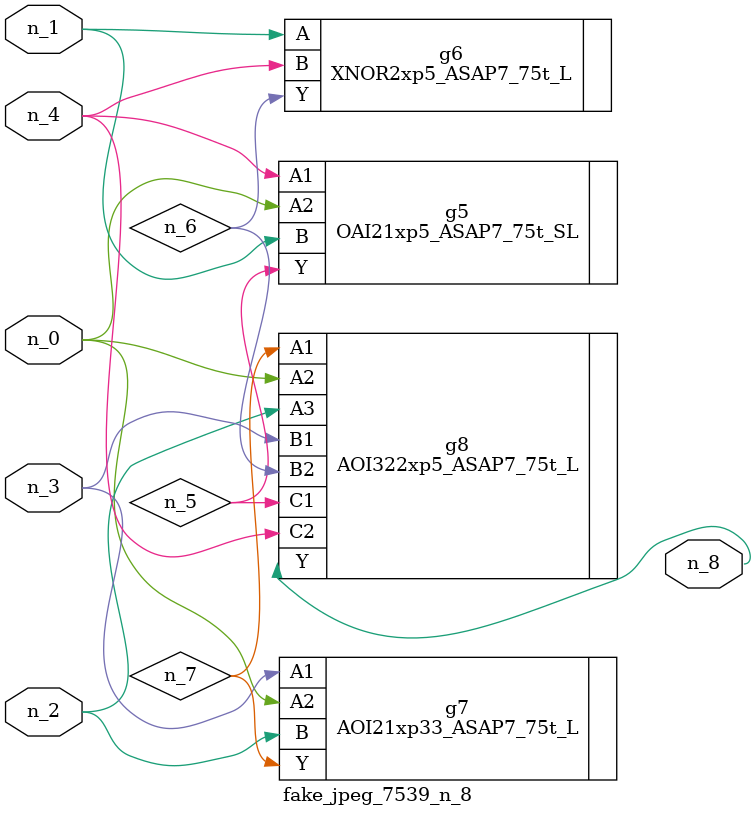
<source format=v>
module fake_jpeg_7539_n_8 (n_3, n_2, n_1, n_0, n_4, n_8);

input n_3;
input n_2;
input n_1;
input n_0;
input n_4;

output n_8;

wire n_6;
wire n_5;
wire n_7;

OAI21xp5_ASAP7_75t_SL g5 ( 
.A1(n_4),
.A2(n_0),
.B(n_1),
.Y(n_5)
);

XNOR2xp5_ASAP7_75t_L g6 ( 
.A(n_1),
.B(n_4),
.Y(n_6)
);

AOI21xp33_ASAP7_75t_L g7 ( 
.A1(n_3),
.A2(n_0),
.B(n_2),
.Y(n_7)
);

AOI322xp5_ASAP7_75t_L g8 ( 
.A1(n_7),
.A2(n_0),
.A3(n_2),
.B1(n_3),
.B2(n_6),
.C1(n_5),
.C2(n_4),
.Y(n_8)
);


endmodule
</source>
